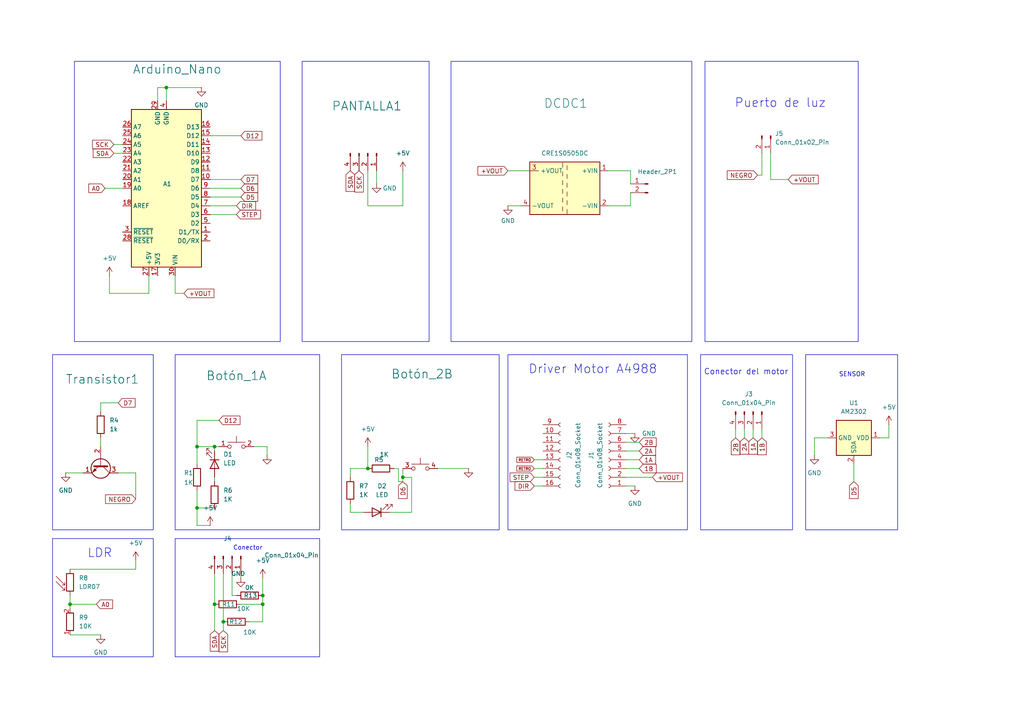
<source format=kicad_sch>
(kicad_sch (version 20250114) (generator "eeschema") (generator_version "9.0")
  (paper "A4")
  (lib_symbols
    (symbol "Conn_01x02_Pin_1" (pin_names (offset 1.016) (hide yes))
      (property "Reference" "J" (at 0 2.54 0))
      (property "Value" "Conn_01x02_Pin" (at 0 -5.08 0))
      (symbol "Conn_01x02_Pin_1_1_1"
        (rectangle (start 0.8636 0.127) (end 0 -0.127) (stroke (width 0.1524)) (fill (type outline)))
        (rectangle (start 0.8636 -2.413) (end 0 -2.667) (stroke (width 0.1524)) (fill (type outline)))
        (polyline (pts (xy 1.27 0) (xy 0.8636 0)) (stroke (width 0.1524)))
        (polyline (pts (xy 1.27 -2.54) (xy 0.8636 -2.54)) (stroke (width 0.1524)))
        (pin passive line (at 5.08 0 180) (length 3.81) (name "Pin_1") (number "1"))
        (pin passive line (at 5.08 -2.54 180) (length 3.81) (name "Pin_2") (number "2"))
      )
    )
    (symbol "Conn_01x08_Socket_1" (pin_names (offset 1.016) (hide yes))
      (property "Reference" "J2" (at 2.54 -1.27 90))
      (property "Value" "Conn_01x08_Socket" (at 5.08 -1.27 90))
      (symbol "Conn_01x08_Socket_1_1_1"
        (polyline (pts (xy -1.27 7.62) (xy -0.508 7.62)) (stroke (width 0.1524)))
        (polyline (pts (xy -1.27 5.08) (xy -0.508 5.08)) (stroke (width 0.1524)))
        (polyline (pts (xy -1.27 2.54) (xy -0.508 2.54)) (stroke (width 0.1524)))
        (polyline (pts (xy -1.27 0) (xy -0.508 0)) (stroke (width 0.1524)))
        (polyline (pts (xy -1.27 -2.54) (xy -0.508 -2.54)) (stroke (width 0.1524)))
        (polyline (pts (xy -1.27 -5.08) (xy -0.508 -5.08)) (stroke (width 0.1524)))
        (polyline (pts (xy -1.27 -7.62) (xy -0.508 -7.62)) (stroke (width 0.1524)))
        (polyline (pts (xy -1.27 -10.16) (xy -0.508 -10.16)) (stroke (width 0.1524)))
        (arc (start 0 7.112) (mid -0.5058 7.62) (end 0 8.128) (stroke (width 0.1524)))
        (arc (start 0 4.572) (mid -0.5058 5.08) (end 0 5.588) (stroke (width 0.1524)))
        (arc (start 0 2.032) (mid -0.5058 2.54) (end 0 3.048) (stroke (width 0.1524)))
        (arc (start 0 -0.508) (mid -0.5058 0) (end 0 0.508) (stroke (width 0.1524)))
        (arc (start 0 -3.048) (mid -0.5058 -2.54) (end 0 -2.032) (stroke (width 0.1524)))
        (arc (start 0 -5.588) (mid -0.5058 -5.08) (end 0 -4.572) (stroke (width 0.1524)))
        (arc (start 0 -8.128) (mid -0.5058 -7.62) (end 0 -7.112) (stroke (width 0.1524)))
        (arc (start 0 -10.668) (mid -0.5058 -10.16) (end 0 -9.652) (stroke (width 0.1524)))
        (pin input line (at -5.08 7.62 0) (length 3.81) (name "ENABLE") (number "9"))
        (pin input line (at -5.08 5.08 0) (length 3.81) (name "MS1") (number "10"))
        (pin input line (at -5.08 2.54 0) (length 3.81) (name "MS2") (number "11"))
        (pin input line (at -5.08 0 0) (length 3.81) (name "MS3") (number "12"))
        (pin input line (at -5.08 -2.54 0) (length 3.81) (name "RESET") (number "13"))
        (pin input line (at -5.08 -5.08 0) (length 3.81) (name "SLEEP") (number "14"))
        (pin input line (at -5.08 -7.62 0) (length 3.81) (name "STEP") (number "15"))
        (pin input line (at -5.08 -10.16 0) (length 3.81) (name "DIR") (number "16"))
      )
    )
    (symbol "Connector:Conn_01x02_Pin" (pin_names (offset 1.016) (hide yes))
      (property "Reference" "Header_2P1" (at 3.048 -6.096 0))
      (symbol "Conn_01x02_Pin_1_1"
        (rectangle (start 0.8636 0.127) (end 0 -0.127) (stroke (width 0.1524)) (fill (type outline)))
        (rectangle (start 0.8636 -2.413) (end 0 -2.667) (stroke (width 0.1524)) (fill (type outline)))
        (polyline (pts (xy 1.27 0) (xy 0.8636 0)) (stroke (width 0.1524)))
        (polyline (pts (xy 1.27 -2.54) (xy 0.8636 -2.54)) (stroke (width 0.1524)))
        (pin passive line (at 5.08 0 180) (length 3.81) (name "Pin_2") (number "2"))
        (pin passive line (at 5.08 -2.54 180) (length 3.81) (name "Pin_1") (number "1"))
      )
    )
    (symbol "Connector:Conn_01x04_Pin" (pin_names (offset 1.016) (hide yes))
      (property "Reference" "J" (at 0 5.08 0))
      (property "Value" "Conn_01x04_Pin" (at 0 -7.62 0))
      (symbol "Conn_01x04_Pin_1_1"
        (rectangle (start 0.8636 2.667) (end 0 2.413) (stroke (width 0.1524)) (fill (type outline)))
        (rectangle (start 0.8636 0.127) (end 0 -0.127) (stroke (width 0.1524)) (fill (type outline)))
        (rectangle (start 0.8636 -2.413) (end 0 -2.667) (stroke (width 0.1524)) (fill (type outline)))
        (rectangle (start 0.8636 -4.953) (end 0 -5.207) (stroke (width 0.1524)) (fill (type outline)))
        (polyline (pts (xy 1.27 2.54) (xy 0.8636 2.54)) (stroke (width 0.1524)))
        (polyline (pts (xy 1.27 0) (xy 0.8636 0)) (stroke (width 0.1524)))
        (polyline (pts (xy 1.27 -2.54) (xy 0.8636 -2.54)) (stroke (width 0.1524)))
        (polyline (pts (xy 1.27 -5.08) (xy 0.8636 -5.08)) (stroke (width 0.1524)))
        (pin passive line (at 5.08 2.54 180) (length 3.81) (name "Pin_1") (number "1"))
        (pin passive line (at 5.08 0 180) (length 3.81) (name "Pin_2") (number "2"))
        (pin passive line (at 5.08 -2.54 180) (length 3.81) (name "Pin_3") (number "3"))
        (pin passive line (at 5.08 -5.08 180) (length 3.81) (name "Pin_4") (number "4"))
      )
    )
    (symbol "Connector:Conn_01x08_Socket" (pin_names (offset 1.016) (hide yes))
      (property "Reference" "J1" (at 5.08 -1.27 90))
      (property "Value" "Conn_01x08_Socket" (at 2.54 -1.27 90))
      (symbol "Conn_01x08_Socket_1_1"
        (polyline (pts (xy -1.27 7.62) (xy -0.508 7.62)) (stroke (width 0.1524)))
        (polyline (pts (xy -1.27 5.08) (xy -0.508 5.08)) (stroke (width 0.1524)))
        (polyline (pts (xy -1.27 2.54) (xy -0.508 2.54)) (stroke (width 0.1524)))
        (polyline (pts (xy -1.27 0) (xy -0.508 0)) (stroke (width 0.1524)))
        (polyline (pts (xy -1.27 -2.54) (xy -0.508 -2.54)) (stroke (width 0.1524)))
        (polyline (pts (xy -1.27 -5.08) (xy -0.508 -5.08)) (stroke (width 0.1524)))
        (polyline (pts (xy -1.27 -7.62) (xy -0.508 -7.62)) (stroke (width 0.1524)))
        (polyline (pts (xy -1.27 -10.16) (xy -0.508 -10.16)) (stroke (width 0.1524)))
        (arc (start 0 7.112) (mid -0.5058 7.62) (end 0 8.128) (stroke (width 0.1524)))
        (arc (start 0 4.572) (mid -0.5058 5.08) (end 0 5.588) (stroke (width 0.1524)))
        (arc (start 0 2.032) (mid -0.5058 2.54) (end 0 3.048) (stroke (width 0.1524)))
        (arc (start 0 -0.508) (mid -0.5058 0) (end 0 0.508) (stroke (width 0.1524)))
        (arc (start 0 -3.048) (mid -0.5058 -2.54) (end 0 -2.032) (stroke (width 0.1524)))
        (arc (start 0 -5.588) (mid -0.5058 -5.08) (end 0 -4.572) (stroke (width 0.1524)))
        (arc (start 0 -8.128) (mid -0.5058 -7.62) (end 0 -7.112) (stroke (width 0.1524)))
        (arc (start 0 -10.668) (mid -0.5058 -10.16) (end 0 -9.652) (stroke (width 0.1524)))
        (pin power_in line (at -5.08 7.62 0) (length 3.81) (name "GND") (number "1"))
        (pin power_in line (at -5.08 5.08 0) (length 3.81) (name "VVD") (number "2"))
        (pin output line (at -5.08 2.54 0) (length 3.81) (name "1B") (number "3"))
        (pin output line (at -5.08 0 0) (length 3.81) (name "1A") (number "4"))
        (pin output line (at -5.08 -2.54 0) (length 3.81) (name "2A") (number "5"))
        (pin output line (at -5.08 -5.08 0) (length 3.81) (name "2B") (number "6"))
        (pin power_in line (at -5.08 -7.62 0) (length 3.81) (name "GND") (number "7"))
        (pin power_in line (at -5.08 -10.16 0) (length 3.81) (name "Pin_8") (number "8"))
      )
    )
    (symbol "Device:LED" (pin_numbers (hide yes)) (pin_names (offset 1.016) (hide yes))
      (property "Reference" "D" (at 0 2.54 0))
      (property "Value" "LED" (at 0 -2.54 0))
      (symbol "LED_0_1"
        (polyline (pts (xy -3.048 -0.762) (xy -4.572 -2.286) (xy -3.81 -2.286) (xy -4.572 -2.286) (xy -4.572 -1.524)))
        (polyline (pts (xy -1.778 -0.762) (xy -3.302 -2.286) (xy -2.54 -2.286) (xy -3.302 -2.286) (xy -3.302 -1.524)))
        (polyline (pts (xy -1.27 0) (xy 1.27 0)))
        (polyline (pts (xy -1.27 -1.27) (xy -1.27 1.27)) (stroke (width 0.254)))
        (polyline (pts (xy 1.27 -1.27) (xy 1.27 1.27) (xy -1.27 0) (xy 1.27 -1.27)) (stroke (width 0.254)))
      )
      (symbol "LED_1_1"
        (pin passive line (at -3.81 0 0) (length 2.54) (name "K") (number "1"))
        (pin passive line (at 3.81 0 180) (length 2.54) (name "A") (number "2"))
      )
    )
    (symbol "Device:R" (pin_numbers (hide yes)) (pin_names (offset 0))
      (property "Reference" "R" (at 2.032 0 90))
      (property "Value" "R" (at 0 0 90))
      (symbol "R_0_1"
        (rectangle (start -1.016 -2.54) (end 1.016 2.54) (stroke (width 0.254)))
      )
      (symbol "R_1_1"
        (pin passive line (at 0 3.81 270) (length 1.27) (name "~") (number "1"))
        (pin passive line (at 0 -3.81 90) (length 1.27) (name "~") (number "2"))
      )
    )
    (symbol "MCU_Module:Arduino_Nano_v3.x"
      (property "Reference" "A" (at -10.16 23.495 0))
      (property "Value" "Arduino_Nano_v3.x" (at 5.08 -24.13 0))
      (symbol "Arduino_Nano_v3.x_0_1"
        (rectangle (start -10.16 22.86) (end 10.16 -22.86) (stroke (width 0.254)) (fill (type background)))
      )
      (symbol "Arduino_Nano_v3.x_1_1"
        (pin bidirectional line (at -12.7 15.24 0) (length 2.54) (name "D0/RX") (number "2"))
        (pin bidirectional line (at -12.7 12.7 0) (length 2.54) (name "D1/TX") (number "1"))
        (pin bidirectional line (at -12.7 10.16 0) (length 2.54) (name "D2") (number "5"))
        (pin bidirectional line (at -12.7 7.62 0) (length 2.54) (name "D3") (number "6"))
        (pin bidirectional line (at -12.7 5.08 0) (length 2.54) (name "D4") (number "7"))
        (pin bidirectional line (at -12.7 2.54 0) (length 2.54) (name "D5") (number "8"))
        (pin bidirectional line (at -12.7 0 0) (length 2.54) (name "D6") (number "9"))
        (pin bidirectional line (at -12.7 -2.54 0) (length 2.54) (name "D7") (number "10"))
        (pin bidirectional line (at -12.7 -5.08 0) (length 2.54) (name "D8") (number "11"))
        (pin bidirectional line (at -12.7 -7.62 0) (length 2.54) (name "D9") (number "12"))
        (pin bidirectional line (at -12.7 -10.16 0) (length 2.54) (name "D10") (number "13"))
        (pin bidirectional line (at -12.7 -12.7 0) (length 2.54) (name "D11") (number "14"))
        (pin bidirectional line (at -12.7 -15.24 0) (length 2.54) (name "D12") (number "15"))
        (pin bidirectional line (at -12.7 -17.78 0) (length 2.54) (name "D13") (number "16"))
        (pin power_in line (at -2.54 25.4 270) (length 2.54) (name "VIN") (number "30"))
        (pin power_in line (at 0 -25.4 90) (length 2.54) (name "GND") (number "4"))
        (pin power_out line (at 2.54 25.4 270) (length 2.54) (name "3V3") (number "17"))
        (pin power_in line (at 2.54 -25.4 90) (length 2.54) (name "GND") (number "29"))
        (pin power_out line (at 5.08 25.4 270) (length 2.54) (name "+5V") (number "27"))
        (pin input line (at 12.7 15.24 180) (length 2.54) (name "~{RESET}") (number "28"))
        (pin input line (at 12.7 12.7 180) (length 2.54) (name "~{RESET}") (number "3"))
        (pin input line (at 12.7 5.08 180) (length 2.54) (name "AREF") (number "18"))
        (pin bidirectional line (at 12.7 0 180) (length 2.54) (name "A0") (number "19"))
        (pin bidirectional line (at 12.7 -2.54 180) (length 2.54) (name "A1") (number "20"))
        (pin bidirectional line (at 12.7 -5.08 180) (length 2.54) (name "A2") (number "21"))
        (pin bidirectional line (at 12.7 -7.62 180) (length 2.54) (name "A3") (number "22"))
        (pin bidirectional line (at 12.7 -10.16 180) (length 2.54) (name "A4") (number "23"))
        (pin bidirectional line (at 12.7 -12.7 180) (length 2.54) (name "A5") (number "24"))
        (pin bidirectional line (at 12.7 -15.24 180) (length 2.54) (name "A6") (number "25"))
        (pin bidirectional line (at 12.7 -17.78 180) (length 2.54) (name "A7") (number "26"))
      )
    )
    (symbol "R_1" (pin_names (offset 0))
      (property "Reference" "R" (at 2.032 0 90))
      (property "Value" "R" (at 0 0 90))
      (symbol "R_1_0_1"
        (rectangle (start -1.016 -2.54) (end 1.016 2.54) (stroke (width 0.254)))
      )
      (symbol "R_1_1_1"
        (pin passive line (at 0 3.81 270) (length 1.27) (name "~") (number "1"))
        (pin passive line (at 0 -3.81 90) (length 1.27) (name "~") (number "2"))
      )
    )
    (symbol "Regulator_Switching:CRE1S0505DC"
      (property "Reference" "DCDC1" (at -0.254 -24.638 0))
      (property "Value" "CRE1S0505DC" (at 0 -10.16 0))
      (symbol "CRE1S0505DC_0_1"
        (rectangle (start -10.16 7.62) (end 10.16 -7.62) (stroke (width 0.254)) (fill (type background)))
        (polyline (pts (xy -0.635 7.366) (xy -0.635 6.096)))
        (polyline (pts (xy -0.635 4.826) (xy -0.635 3.556)))
        (polyline (pts (xy -0.635 2.286) (xy -0.635 1.016)))
        (polyline (pts (xy -0.635 -0.254) (xy -0.635 -1.524)))
        (polyline (pts (xy -0.635 -2.794) (xy -0.635 -4.064)))
        (polyline (pts (xy -0.635 -5.334) (xy -0.635 -6.604)))
        (polyline (pts (xy 0.635 5.334) (xy 0.635 6.604)))
        (polyline (pts (xy 0.635 2.794) (xy 0.635 4.064)))
        (polyline (pts (xy 0.635 0.254) (xy 0.635 1.524)))
        (polyline (pts (xy 0.635 -2.286) (xy 0.635 -1.016)))
        (polyline (pts (xy 0.635 -4.826) (xy 0.635 -3.556)))
        (polyline (pts (xy 0.635 -7.366) (xy 0.635 -6.096)))
      )
      (symbol "CRE1S0505DC_1_1"
        (pin power_in line (at -12.7 5.08 0) (length 2.54) (name "-VIN") (number "2"))
        (pin power_in line (at -12.7 -5.08 0) (length 2.54) (name "+VIN") (number "1"))
        (pin power_out line (at 10.16 -5.08 180) (length 2.54) (name "+VOUT") (number "3"))
        (pin power_out line (at 12.7 5.08 180) (length 2.54) (name "-VOUT") (number "4"))
      )
    )
    (symbol "Sensor:AM2302"
      (property "Reference" "U" (at -3.81 6.35 0))
      (property "Value" "AM2302" (at 3.81 6.35 0))
      (symbol "AM2302_0_1"
        (rectangle (start -5.08 5.08) (end 5.08 -5.08) (stroke (width 0.254)) (fill (type background)))
      )
      (symbol "AM2302_1_1"
        (pin power_in line (at 0 7.62 270) (length 2.54) (name "VDD") (number "1"))
        (pin power_in line (at 0 -7.62 90) (length 2.54) (name "GND") (number "3"))
        (pin passive line (at 0 -7.62 90) (length 2.54) (hide yes) (name "GND") (number "4"))
        (pin bidirectional line (at 7.62 0 180) (length 2.54) (name "SDA") (number "2"))
      )
    )
    (symbol "Sensor_Optical:LDR07" (pin_numbers (hide yes)) (pin_names (offset 0))
      (property "Reference" "R" (at -5.08 0 90))
      (property "Value" "LDR07" (at 1.905 0 90))
      (symbol "LDR07_0_1"
        (polyline (pts (xy -1.524 -0.762) (xy -4.064 1.778)))
        (polyline (pts (xy -1.524 -0.762) (xy -2.286 -0.762)))
        (polyline (pts (xy -1.524 -0.762) (xy -1.524 0)))
        (polyline (pts (xy -1.524 -2.286) (xy -4.064 0.254)))
        (polyline (pts (xy -1.524 -2.286) (xy -2.286 -2.286)))
        (polyline (pts (xy -1.524 -2.286) (xy -1.524 -1.524)))
        (rectangle (start -1.016 2.54) (end 1.016 -2.54) (stroke (width 0.254)))
      )
      (symbol "LDR07_1_1"
        (pin passive line (at 0 3.81 270) (length 1.27) (name "~") (number "1"))
        (pin passive line (at 0 -3.81 90) (length 1.27) (name "~") (number "2"))
      )
    )
    (symbol "Switch:SW_Push_Dual_x2" (pin_names (offset 1.016) (hide yes))
      (property "Reference" "SW" (at 1.27 2.54 0))
      (property "Value" "SW_Push_Dual_x2" (at 0 -1.524 0))
      (symbol "SW_Push_Dual_x2_0_1"
        (circle (center -2.032 0) (radius 0.508))
        (polyline (pts (xy 0 1.27) (xy 0 3.048)))
        (circle (center 2.032 0) (radius 0.508))
        (polyline (pts (xy 2.54 1.27) (xy -2.54 1.27)))
      )
      (symbol "SW_Push_Dual_x2_1_1"
        (pin passive line (at -5.08 0 0) (length 2.54) (name "C") (number "1"))
        (pin passive line (at 5.08 0 180) (length 2.54) (name "D") (number "2"))
      )
      (symbol "SW_Push_Dual_x2_2_1"
        (pin passive line (at -5.08 0 0) (length 2.54) (name "C") (number "3"))
        (pin passive line (at 5.08 0 180) (length 2.54) (name "D") (number "4"))
      )
    )
    (symbol "Transistor_BJT:PN2222A" (pin_names (offset 0) (hide yes))
      (property "Reference" "Q" (at 5.08 1.905 0))
      (property "Value" "PN2222A" (at 5.08 0 0))
      (symbol "PN2222A_0_1"
        (polyline (pts (xy -2.54 0) (xy 0.635 0)))
        (polyline (pts (xy 0.635 1.905) (xy 0.635 -1.905)) (stroke (width 0.508)))
        (circle (center 1.27 0) (radius 2.8194) (stroke (width 0.254)))
      )
      (symbol "PN2222A_1_1"
        (polyline (pts (xy 0.635 0.635) (xy 2.54 2.54)))
        (polyline (pts (xy 0.635 -0.635) (xy 2.54 -2.54)))
        (polyline (pts (xy 1.27 -1.778) (xy 1.778 -1.27) (xy 2.286 -2.286) (xy 1.27 -1.778)) (fill (type outline)))
        (pin input line (at -5.08 0 0) (length 2.54) (name "B") (number "2"))
        (pin passive line (at 2.54 5.08 270) (length 2.54) (name "C") (number "3"))
        (pin passive line (at 2.54 -5.08 90) (length 2.54) (name "E") (number "1"))
      )
    )
    (symbol "power:+5V" (power) (pin_numbers (hide yes)) (pin_names (offset 0) (hide yes))
      (property "Value" "+5V" (at 0 3.556 0))
      (symbol "+5V_0_1"
        (polyline (pts (xy -0.762 1.27) (xy 0 2.54)))
        (polyline (pts (xy 0 2.54) (xy 0.762 1.27)))
        (polyline (pts (xy 0 0) (xy 0 2.54)))
      )
      (symbol "+5V_1_1"
        (pin power_in line (at 0 0 90) (length 0) (name "~") (number "1"))
      )
    )
    (symbol "power:GND" (power) (pin_numbers (hide yes)) (pin_names (offset 0) (hide yes))
      (property "Value" "GND" (at 0 -3.81 0))
      (symbol "GND_0_1"
        (polyline (pts (xy 0 0) (xy 0 -1.27) (xy 1.27 -1.27) (xy 0 -2.54) (xy -1.27 -1.27) (xy 0 -1.27)))
      )
      (symbol "GND_1_1"
        (pin power_in line (at 0 0 270) (length 0) (name "~") (number "1"))
      )
    )
  )
  (rectangle (start 15.24 156.21) (end 44.45 190.5))
  (rectangle (start 203.2 102.87) (end 229.87 153.67))
  (rectangle (start 130.81 17.78) (end 200.66 99.06))
  (rectangle (start 87.63 17.78) (end 124.46 99.06))
  (rectangle (start 99.06 102.87) (end 144.78 153.67))
  (rectangle (start 15.24 102.87) (end 44.45 153.67))
  (rectangle (start 50.8 102.87) (end 92.71 153.67))
  (rectangle (start 21.59 17.78) (end 81.28 99.06))
  (rectangle (start 233.68 102.87) (end 260.35 153.67))
  (rectangle (start 50.8 156.21) (end 92.71 190.5))
  (rectangle (start 147.32 102.87) (end 199.39 153.67))
  (rectangle (start 204.47 17.78) (end 248.92 99.06))
  (text "Conector" (at 71.882 159.004 0) (effects (font (size 1.27 1.27))))
  (text "Driver Motor A4988" (at 171.958 107.188 0) (effects (font (size 2.54 2.54))))
  (text "SENSOR" (at 247.142 108.712 0) (effects (font (size 1.27 1.27))))
  (text "Conector del motor" (at 216.408 107.95 0) (effects (font (size 1.651 1.651))))
  (text "Puerto de luz" (at 226.314 29.972 0) (effects (font (size 2.54 2.54))))
  (text "LDR" (at 28.956 160.528 0) (effects (font (size 2.54 2.54))))
  (junction (at 62.23 175.26))
  (junction (at 76.2 175.26))
  (junction (at 76.2 172.72))
  (junction (at 106.68 135.89))
  (junction (at 48.26 25.4))
  (junction (at 62.23 129.54))
  (junction (at 64.77 180.34))
  (junction (at 116.84 138.43))
  (junction (at 57.15 129.54))
  (junction (at 20.32 175.26))
  (junction (at 57.15 147.32))
  (wire (pts (xy 106.68 129.54) (xy 106.68 135.89)))
  (wire (pts (xy 147.32 49.53) (xy 153.67 49.53)))
  (wire (pts (xy 115.57 139.7) (xy 116.84 139.7)))
  (wire (pts (xy 50.8 80.01) (xy 50.8 85.09)))
  (wire (pts (xy 76.2 175.26) (xy 76.2 172.72)))
  (wire (pts (xy 119.38 138.43) (xy 119.38 148.59)))
  (wire (pts (xy 69.85 175.26) (xy 76.2 175.26)))
  (wire (pts (xy 115.57 139.7) (xy 115.57 135.89)))
  (wire (pts (xy 255.27 127) (xy 257.81 127)))
  (wire (pts (xy 101.6 146.05) (xy 101.6 148.59)))
  (wire (pts (xy 48.26 25.4) (xy 48.26 29.21)))
  (wire (pts (xy 67.31 172.72) (xy 68.58 172.72)))
  (wire (pts (xy 62.23 175.26) (xy 62.23 166.37)))
  (wire (pts (xy 58.42 25.4) (xy 48.26 25.4)))
  (wire (pts (xy 43.18 80.01) (xy 43.18 85.09)))
  (wire (pts (xy 29.21 127) (xy 29.21 129.54)))
  (wire (pts (xy 181.61 125.73) (xy 184.15 125.73)))
  (wire (pts (xy 30.48 54.61) (xy 35.56 54.61)))
  (wire (pts (xy 240.03 127) (xy 236.22 127)))
  (wire (pts (xy 57.15 129.54) (xy 62.23 129.54)))
  (wire (pts (xy 19.05 137.16) (xy 24.13 137.16)))
  (wire (pts (xy 181.61 133.35) (xy 185.42 133.35)))
  (wire (pts (xy 182.88 55.88) (xy 182.88 59.69)))
  (wire (pts (xy 57.15 121.92) (xy 57.15 129.54)))
  (wire (pts (xy 116.84 135.89) (xy 116.84 138.43)))
  (wire (pts (xy 154.94 140.97) (xy 157.48 140.97)))
  (wire (pts (xy 62.23 129.54) (xy 62.23 130.81)))
  (wire (pts (xy 20.32 175.26) (xy 20.32 176.53)))
  (wire (pts (xy 60.96 152.4) (xy 57.15 152.4)))
  (wire (pts (xy 20.32 165.1) (xy 39.37 165.1)))
  (wire (pts (xy 101.6 135.89) (xy 106.68 135.89)))
  (wire (pts (xy 116.84 138.43) (xy 116.84 139.7)))
  (wire (pts (xy 113.03 148.59) (xy 119.38 148.59)))
  (wire (pts (xy 154.94 138.43) (xy 157.48 138.43)))
  (wire (pts (xy 223.52 52.07) (xy 228.6 52.07)))
  (wire (pts (xy 176.53 49.53) (xy 182.88 49.53)))
  (wire (pts (xy 62.23 139.7) (xy 62.23 138.43)))
  (wire (pts (xy 20.32 175.26) (xy 27.94 175.26)))
  (wire (pts (xy 119.38 138.43) (xy 116.84 138.43)))
  (wire (pts (xy 34.29 137.16) (xy 39.37 137.16)))
  (wire (pts (xy 106.68 59.69) (xy 116.84 59.69)))
  (wire (pts (xy 60.96 54.61) (xy 69.85 54.61)))
  (wire (pts (xy 39.37 162.56) (xy 39.37 165.1)))
  (wire (pts (xy 213.36 124.46) (xy 213.36 127)))
  (wire (pts (xy 60.96 57.15) (xy 69.85 57.15)))
  (wire (pts (xy 105.41 148.59) (xy 101.6 148.59)))
  (wire (pts (xy 154.94 135.89) (xy 157.48 135.89)))
  (wire (pts (xy 220.98 44.45) (xy 220.98 50.8)))
  (wire (pts (xy 76.2 167.64) (xy 76.2 172.72)))
  (wire (pts (xy 115.57 135.89) (xy 114.3 135.89)))
  (wire (pts (xy 60.96 52.07) (xy 69.85 52.07)))
  (wire (pts (xy 106.68 59.69) (xy 106.68 49.53)))
  (wire (pts (xy 64.77 166.37) (xy 64.77 180.34)))
  (wire (pts (xy 181.61 140.97) (xy 184.15 140.97)))
  (wire (pts (xy 57.15 147.32) (xy 57.15 152.4)))
  (wire (pts (xy 215.9 124.46) (xy 215.9 127)))
  (wire (pts (xy 101.6 138.43) (xy 101.6 135.89)))
  (wire (pts (xy 182.88 53.34) (xy 182.88 49.53)))
  (wire (pts (xy 181.61 130.81) (xy 185.42 130.81)))
  (wire (pts (xy 57.15 147.32) (xy 62.23 147.32)))
  (wire (pts (xy 76.2 180.34) (xy 76.2 175.26)))
  (wire (pts (xy 34.29 116.84) (xy 29.21 116.84)))
  (wire (pts (xy 64.77 182.88) (xy 64.77 180.34)))
  (wire (pts (xy 73.66 129.54) (xy 77.47 129.54)))
  (wire (pts (xy 69.85 39.37) (xy 60.96 39.37)))
  (wire (pts (xy 45.72 25.4) (xy 48.26 25.4)))
  (wire (pts (xy 77.47 129.54) (xy 77.47 132.08)))
  (wire (pts (xy 31.75 85.09) (xy 43.18 85.09)))
  (wire (pts (xy 60.96 62.23) (xy 68.58 62.23)))
  (wire (pts (xy 57.15 129.54) (xy 57.15 134.62)))
  (wire (pts (xy 72.39 180.34) (xy 76.2 180.34)))
  (wire (pts (xy 57.15 121.92) (xy 63.5 121.92)))
  (wire (pts (xy 67.31 166.37) (xy 67.31 172.72)))
  (wire (pts (xy 181.61 128.27) (xy 185.42 128.27)))
  (wire (pts (xy 176.53 59.69) (xy 182.88 59.69)))
  (wire (pts (xy 29.21 116.84) (xy 29.21 119.38)))
  (wire (pts (xy 53.34 85.09) (xy 50.8 85.09)))
  (wire (pts (xy 181.61 138.43) (xy 189.23 138.43)))
  (wire (pts (xy 20.32 172.72) (xy 20.32 175.26)))
  (wire (pts (xy 116.84 59.69) (xy 116.84 49.53)))
  (wire (pts (xy 109.22 49.53) (xy 109.22 53.34)))
  (wire (pts (xy 69.85 167.64) (xy 69.85 166.37)))
  (wire (pts (xy 29.21 184.15) (xy 20.32 184.15)))
  (wire (pts (xy 223.52 44.45) (xy 223.52 52.07)))
  (wire (pts (xy 57.15 142.24) (xy 57.15 147.32)))
  (wire (pts (xy 60.96 59.69) (xy 68.58 59.69)))
  (wire (pts (xy 154.94 133.35) (xy 157.48 133.35)))
  (wire (pts (xy 181.61 135.89) (xy 185.42 135.89)))
  (wire (pts (xy 45.72 29.21) (xy 45.72 25.4)))
  (wire (pts (xy 135.89 135.89) (xy 127 135.89)))
  (wire (pts (xy 247.65 134.62) (xy 247.65 139.7)))
  (wire (pts (xy 33.02 41.91) (xy 35.56 41.91)))
  (wire (pts (xy 147.32 59.69) (xy 151.13 59.69)))
  (wire (pts (xy 257.81 123.19) (xy 257.81 127)))
  (wire (pts (xy 220.98 50.8) (xy 219.71 50.8)))
  (wire (pts (xy 62.23 182.88) (xy 62.23 175.26)))
  (wire (pts (xy 218.44 124.46) (xy 218.44 127)))
  (wire (pts (xy 220.98 124.46) (xy 220.98 127)))
  (wire (pts (xy 236.22 127) (xy 236.22 132.08)))
  (wire (pts (xy 39.37 137.16) (xy 39.37 144.78)))
  (wire (pts (xy 31.75 80.01) (xy 31.75 85.09)))
  (wire (pts (xy 62.23 129.54) (xy 63.5 129.54)))
  (wire (pts (xy 33.02 44.45) (xy 35.56 44.45)))
  (global_label "D7" (shape input) (at 34.29 116.84 0) (property "Intersheetrefs" "${INTERSHEET_REFS}" (effects (hide yes))))
  (global_label "STEP" (shape input) (at 154.94 138.43 180) (property "Intersheetrefs" "${INTERSHEET_REFS}" (effects (hide yes))))
  (global_label "+VOUT" (shape input) (at 147.32 49.53 180) (property "Intersheetrefs" "${INTERSHEET_REFS}" (effects (hide yes))))
  (global_label "+VOUT" (shape input) (at 53.34 85.09 0) (property "Intersheetrefs" "${INTERSHEET_REFS}" (effects (hide yes))))
  (global_label "SDA" (shape input) (at 101.6 49.53 270) (property "Intersheetrefs" "${INTERSHEET_REFS}" (effects (hide yes))))
  (global_label "A0" (shape input) (at 30.48 54.61 180) (property "Intersheetrefs" "${INTERSHEET_REFS}" (effects (hide yes))))
  (global_label "+VOUT" (shape input) (at 228.6 52.07 0) (property "Intersheetrefs" "${INTERSHEET_REFS}" (effects (hide yes))))
  (global_label "+VOUT" (shape input) (at 189.23 138.43 0) (property "Intersheetrefs" "${INTERSHEET_REFS}" (effects (hide yes))))
  (global_label "SCK" (shape input) (at 104.14 49.53 270) (property "Intersheetrefs" "${INTERSHEET_REFS}" (effects (hide yes))))
  (global_label "SCK" (shape input) (at 64.77 182.88 270) (property "Intersheetrefs" "${INTERSHEET_REFS}" (effects (hide yes))))
  (global_label "D12" (shape input) (at 69.85 39.37 0) (property "Intersheetrefs" "${INTERSHEET_REFS}" (effects (hide yes))))
  (global_label "NEGRO" (shape input) (at 219.71 50.8 180) (property "Intersheetrefs" "${INTERSHEET_REFS}" (effects (hide yes))))
  (global_label "DIR" (shape input) (at 154.94 140.97 180) (property "Intersheetrefs" "${INTERSHEET_REFS}" (effects (hide yes))))
  (global_label "1B" (shape input) (at 185.42 135.89 0) (property "Intersheetrefs" "${INTERSHEET_REFS}" (effects (hide yes))))
  (global_label "SDA" (shape input) (at 33.02 44.45 180) (property "Intersheetrefs" "${INTERSHEET_REFS}" (effects (hide yes))))
  (global_label "SDA" (shape input) (at 62.23 182.88 270) (property "Intersheetrefs" "${INTERSHEET_REFS}" (effects (hide yes))))
  (global_label "D6" (shape input) (at 116.84 139.7 270) (property "Intersheetrefs" "${INTERSHEET_REFS}" (effects (hide yes))))
  (global_label "2A" (shape input) (at 185.42 130.81 0) (property "Intersheetrefs" "${INTERSHEET_REFS}" (effects (hide yes))))
  (global_label "RETRO" (shape input) (at 154.94 135.89 180) (effects (font (size 0.762 0.762))) (property "Intersheetrefs" "${INTERSHEET_REFS}" (effects (hide yes))))
  (global_label "NEGRO" (shape input) (at 39.37 144.78 180) (property "Intersheetrefs" "${INTERSHEET_REFS}" (effects (hide yes))))
  (global_label "1B" (shape input) (at 220.98 127 270) (property "Intersheetrefs" "${INTERSHEET_REFS}" (effects (hide yes))))
  (global_label "D12" (shape input) (at 63.5 121.92 0) (property "Intersheetrefs" "${INTERSHEET_REFS}" (effects (hide yes))))
  (global_label "SCK" (shape input) (at 33.02 41.91 180) (property "Intersheetrefs" "${INTERSHEET_REFS}" (effects (hide yes))))
  (global_label "D5" (shape input) (at 69.85 57.15 0) (property "Intersheetrefs" "${INTERSHEET_REFS}" (effects (hide yes))))
  (global_label "RETRO" (shape input) (at 154.94 133.35 180) (effects (font (size 0.762 0.762))) (property "Intersheetrefs" "${INTERSHEET_REFS}" (effects (hide yes))))
  (global_label "A0" (shape input) (at 27.94 175.26 0) (property "Intersheetrefs" "${INTERSHEET_REFS}" (effects (hide yes))))
  (global_label "STEP" (shape input) (at 68.58 62.23 0) (property "Intersheetrefs" "${INTERSHEET_REFS}" (effects (hide yes))))
  (global_label "2A" (shape input) (at 215.9 127 270) (property "Intersheetrefs" "${INTERSHEET_REFS}" (effects (hide yes))))
  (global_label "1A" (shape input) (at 185.42 133.35 0) (property "Intersheetrefs" "${INTERSHEET_REFS}" (effects (hide yes))))
  (global_label "2B" (shape input) (at 185.42 128.27 0) (property "Intersheetrefs" "${INTERSHEET_REFS}" (effects (hide yes))))
  (global_label "DIR" (shape input) (at 68.58 59.69 0) (property "Intersheetrefs" "${INTERSHEET_REFS}" (effects (hide yes))))
  (global_label "D5" (shape input) (at 247.65 139.7 270) (property "Intersheetrefs" "${INTERSHEET_REFS}" (effects (hide yes))))
  (global_label "D7" (shape input) (at 69.85 52.07 0) (property "Intersheetrefs" "${INTERSHEET_REFS}" (effects (hide yes))))
  (global_label "1A" (shape input) (at 218.44 127 270) (property "Intersheetrefs" "${INTERSHEET_REFS}" (effects (hide yes))))
  (global_label "D6" (shape input) (at 69.85 54.61 0) (property "Intersheetrefs" "${INTERSHEET_REFS}" (effects (hide yes))))
  (global_label "2B" (shape input) (at 213.36 127 270) (property "Intersheetrefs" "${INTERSHEET_REFS}" (effects (hide yes))))
  (symbol (lib_id "power:GND") (at 109.22 53.34 0) (unit 1)
    (property "Reference" "#PWR08" (effects (hide yes)))
    (property "Value" "GND" (at 113.03 54.61 0))
    (property "Description" "Power symbol creates a global label with name \"GND\" , ground" (effects (hide yes)))
  )
  (symbol (lib_id "power:GND") (at 58.42 25.4 0) (unit 1)
    (property "Reference" "#PWR05" (effects (hide yes)))
    (property "Value" "GND" (at 58.42 30.48 0))
    (property "Description" "Power symbol creates a global label with name \"GND\" , ground" (effects (hide yes)))
  )
  (symbol (lib_id "Regulator_Switching:CRE1S0505DC") (at 163.83 54.61 180) (unit 1)
    (property "Reference" "DCDC1" (at 164.084 29.972 0) (effects (font (size 2.54 2.54))))
    (property "Value" "CRE1S0505DC" (at 163.83 44.45 0))
    (property "Footprint" "vicente:Placa transformada" (effects (hide yes)))
    (property "Datasheet" "http://power.murata.com/datasheet?/data/power/ncl/kdc_cre1.pdf" (effects (hide yes)))
    (property "Description" "5V to 5V 200mA DC-DC Converter with 1kV isolation, DC-package" (effects (hide yes)))
  )
  (symbol (lib_id "power:+5V") (at 76.2 167.64 0) (unit 1)
    (property "Reference" "#PWR018" (effects (hide yes)))
    (property "Value" "+5V" (at 76.2 162.56 0))
    (property "Description" "Power symbol creates a global label with name \"+5V\"" (effects (hide yes)))
  )
  (symbol (lib_id "Connector:Conn_01x04_Pin") (at 218.44 119.38 270) (unit 1)
    (property "Reference" "J3" (at 217.17 114.3 90))
    (property "Value" "Conn_01x04_Pin" (at 217.17 116.84 90))
    (property "Footprint" "Connector_PinHeader_2.54mm:PinHeader_1x04_P2.54mm_Vertical" (effects (hide yes)))
    (property "Description" "Generic connector, single row, 01x04, script generated" (effects (hide yes)))
  )
  (symbol (lib_id "Device:R") (at 62.23 143.51 180) (unit 1)
    (property "Reference" "R6" (at 64.77 142.2399 0) (effects (justify right)))
    (property "Value" "1K" (at 64.77 144.7799 0) (effects (justify right)))
    (property "Footprint" "Resistor_SMD:R_1206_3216Metric" (effects (hide yes)))
    (property "Description" "Resistor" (effects (hide yes)))
  )
  (symbol (lib_id "power:+5V") (at 39.37 162.56 0) (unit 1)
    (property "Reference" "#PWR015" (effects (hide yes)))
    (property "Value" "+5V" (at 39.37 157.48 0))
    (property "Description" "Power symbol creates a global label with name \"+5V\"" (effects (hide yes)))
  )
  (symbol (lib_id "power:GND") (at 184.15 125.73 0) (unit 1)
    (property "Reference" "#PWR016" (effects (hide yes)))
    (property "Value" "GND" (at 188.214 125.73 0))
    (property "Description" "Power symbol creates a global label with name \"GND\" , ground" (effects (hide yes)))
  )
  (symbol (lib_id "Device:R") (at 57.15 138.43 0) (unit 1)
    (property "Reference" "R1" (at 53.34 137.16 0) (effects (justify left)))
    (property "Value" "1K" (at 53.34 139.954 0) (effects (justify left)))
    (property "Footprint" "Resistor_SMD:R_1206_3216Metric" (effects (hide yes)))
    (property "Description" "Resistor" (effects (hide yes)))
  )
  (symbol (lib_id "Switch:SW_Push_Dual_x2") (at 68.58 129.54 0) (unit 1)
    (property "Reference" "Botón_1" (at 68.58 108.966 0) (effects (font (size 2.54 2.54))))
    (property "Value" "SW_Push_Dual_x2" (effects (hide yes)))
    (property "Footprint" "Button_Switch_Keyboard:SW_Cherry_MX_1.25u_Plate" (effects (hide yes)))
    (property "Description" "Push button switch, generic, separate symbols, four pins" (effects (hide yes)))
  )
  (symbol (lib_name "R_1") (lib_id "Device:R") (at 20.32 180.34 180) (unit 1)
    (property "Reference" "R9" (at 22.86 179.0699 0) (effects (justify right)))
    (property "Value" "10K" (at 22.86 181.6099 0) (effects (justify right)))
    (property "Footprint" "Resistor_SMD:R_1206_3216Metric" (effects (hide yes)))
    (property "Description" "Resistor" (effects (hide yes)))
  )
  (symbol (lib_id "power:+5V") (at 31.75 80.01 0) (unit 1)
    (property "Reference" "#PWR010" (effects (hide yes)))
    (property "Value" "+5V" (at 31.75 74.93 0))
    (property "Description" "Power symbol creates a global label with name \"+5V\"" (effects (hide yes)))
  )
  (symbol (lib_id "Device:LED") (at 62.23 134.62 270) (unit 1)
    (property "Reference" "D1" (at 64.77 131.7624 90) (effects (justify left)))
    (property "Value" "LED" (at 64.77 134.3024 90) (effects (justify left)))
    (property "Footprint" "LED_THT:LED_D1.8mm_W3.3mm_H2.4mm" (effects (hide yes)))
    (property "Description" "Light emitting diode" (effects (hide yes)))
    (property "Sim.Pins" "1=K 2=A" (effects (hide yes)))
  )
  (symbol (lib_id "Device:LED") (at 109.22 148.59 180) (unit 1)
    (property "Reference" "D2" (at 110.8075 140.97 0))
    (property "Value" "LED" (at 110.8075 143.51 0))
    (property "Footprint" "LED_THT:LED_D1.8mm_W3.3mm_H2.4mm" (effects (hide yes)))
    (property "Description" "Light emitting diode" (effects (hide yes)))
    (property "Sim.Pins" "1=K 2=A" (effects (hide yes)))
  )
  (symbol (lib_id "Sensor:AM2302") (at 247.65 127 270) (unit 1)
    (property "Reference" "U1" (at 247.65 116.84 90))
    (property "Value" "AM2302" (at 247.65 119.38 90))
    (property "Footprint" "Sensor:ASAIR_AM2302_P2.54mm_Vertical" (effects (hide yes)))
    (property "Datasheet" "http://akizukidenshi.com/download/ds/aosong/AM2302.pdf" (effects (hide yes)))
    (property "Description" "3.3 to 5.0V, Temperature and humidity module,  DHT22, AM2302" (effects (hide yes)))
  )
  (symbol (lib_id "power:+5V") (at 106.68 129.54 0) (unit 1)
    (property "Reference" "#PWR09" (effects (hide yes)))
    (property "Value" "+5V" (at 106.68 124.46 0))
    (property "Description" "Power symbol creates a global label with name \"+5V\"" (effects (hide yes)))
  )
  (symbol (lib_id "power:+5V") (at 116.84 49.53 0) (unit 1)
    (property "Reference" "#PWR07" (effects (hide yes)))
    (property "Value" "+5V" (at 116.84 44.45 0))
    (property "Description" "Power symbol creates a global label with name \"+5V\"" (effects (hide yes)))
  )
  (symbol (lib_id "Switch:SW_Push_Dual_x2") (at 121.92 135.89 0) (unit 2)
    (property "Reference" "Botón_2" (at 122.428 108.458 0) (effects (font (size 2.54 2.54))))
    (property "Value" "SW_Push_Dual_x2" (effects (hide yes)))
    (property "Footprint" "Button_Switch_Keyboard:SW_Cherry_MX_1.25u_Plate" (effects (hide yes)))
    (property "Description" "Push button switch, generic, separate symbols, four pins" (effects (hide yes)))
  )
  (symbol (lib_id "Transistor_BJT:PN2222A") (at 29.21 134.62 270) (unit 1)
    (property "Reference" "Transistor1" (at 29.718 109.982 90) (effects (font (size 2.54 2.54))))
    (property "Value" "PN2222A" (effects (hide yes)))
    (property "Footprint" "Package_TO_SOT_THT:TO-92_Inline" (effects (hide yes)))
    (property "Datasheet" "https://www.onsemi.com/pub/Collateral/PN2222-D.PDF" (effects (hide yes)))
    (property "Description" "1A Ic, 40V Vce, NPN Transistor, General Purpose Transistor, TO-92" (effects (hide yes)))
  )
  (symbol (lib_id "Device:R") (at 29.21 123.19 0) (unit 1)
    (property "Reference" "R4" (at 31.75 121.9199 0) (effects (justify left)))
    (property "Value" "1k" (at 31.75 124.4599 0) (effects (justify left)))
    (property "Footprint" "Resistor_SMD:R_1206_3216Metric" (effects (hide yes)))
    (property "Description" "Resistor" (effects (hide yes)))
  )
  (symbol (lib_id "MCU_Module:Arduino_Nano_v3.x") (at 48.26 54.61 180) (unit 1)
    (property "Reference" "A1" (at 47.244 53.34 0) (effects (justify right)))
    (property "Value" "Arduino_Nano" (at 38.354 20.066 0) (effects (font (size 2.54 2.54)) (justify right)))
    (property "Footprint" "Module:Arduino_Nano" (effects (hide yes)))
    (property "Datasheet" "http://www.mouser.com/pdfdocs/Gravitech_Arduino_Nano3_0.pdf" (effects (hide yes)))
    (property "Description" "Arduino Nano v3.x" (effects (hide yes)))
  )
  (symbol (lib_id "Device:R") (at 101.6 142.24 0) (unit 1)
    (property "Reference" "R7" (at 104.14 140.9699 0) (effects (justify left)))
    (property "Value" "1K" (at 104.14 143.5099 0) (effects (justify left)))
    (property "Footprint" "Resistor_SMD:R_1206_3216Metric" (effects (hide yes)))
    (property "Description" "Resistor" (effects (hide yes)))
  )
  (symbol (lib_id "Connector:Conn_01x04_Pin") (at 106.68 44.45 270) (unit 1)
    (property "Reference" "PANTALLA1" (at 106.426 30.734 90) (effects (font (size 2.54 2.54))))
    (property "Value" "Conn_01x04_Pin" (effects (hide yes)))
    (property "Footprint" "Connector_PinSocket_2.54mm:PinSocket_1x04_P2.54mm_Vertical" (effects (hide yes)))
    (property "Description" "Generic connector, single row, 01x04, script generated" (effects (hide yes)))
  )
  (symbol (lib_name "Conn_01x02_Pin_1") (lib_id "Connector:Conn_01x02_Pin") (at 223.52 39.37 270) (unit 1)
    (property "Reference" "J5" (at 224.79 38.7349 90) (effects (justify left)))
    (property "Value" "Conn_01x02_Pin" (at 224.79 41.2749 90) (effects (justify left)))
    (property "Footprint" "Connector_PinHeader_2.54mm:PinHeader_1x02_P2.54mm_Vertical" (effects (hide yes)))
    (property "Description" "Generic connector, single row, 01x02, script generated" (effects (hide yes)))
  )
  (symbol (lib_id "Sensor_Optical:LDR07") (at 20.32 168.91 0) (unit 1)
    (property "Reference" "R8" (at 22.86 167.6399 0) (effects (justify left)))
    (property "Value" "LDR07" (at 22.86 170.1799 0) (effects (justify left)))
    (property "Footprint" "OptoDevice:R_LDR_5.1x4.3mm_P3.4mm_Vertical" (effects (hide yes)))
    (property "Datasheet" "http://www.tme.eu/de/Document/f2e3ad76a925811312d226c31da4cd7e/LDR07.pdf" (effects (hide yes)))
    (property "Description" "light dependent resistor" (effects (hide yes)))
  )
  (symbol (lib_id "power:GND") (at 77.47 132.08 0) (unit 1)
    (property "Reference" "#PWR011" (effects (hide yes)))
    (property "Value" "GND" (effects (hide yes)))
    (property "Description" "Power symbol creates a global label with name \"GND\" , ground" (effects (hide yes)))
  )
  (symbol (lib_id "Device:R") (at 72.39 172.72 270) (unit 1)
    (property "Reference" "R13" (at 72.644 172.72 90))
    (property "Value" "0K" (at 72.39 170.434 90))
    (property "Footprint" "Resistor_SMD:R_1206_3216Metric" (effects (hide yes)))
    (property "Description" "Resistor" (effects (hide yes)))
  )
  (symbol (lib_id "power:GND") (at 29.21 184.15 0) (unit 1)
    (property "Reference" "#PWR017" (effects (hide yes)))
    (property "Value" "GND" (at 29.21 189.23 0))
    (property "Description" "Power symbol creates a global label with name \"GND\" , ground" (effects (hide yes)))
  )
  (symbol (lib_id "Connector:Conn_01x08_Socket") (at 176.53 133.35 180) (unit 1)
    (property "Reference" "J1" (at 171.45 132.08 90))
    (property "Value" "Conn_01x08_Socket" (at 173.99 132.08 90))
    (property "Footprint" "Connector_PinSocket_2.54mm:PinSocket_1x08_P2.54mm_Vertical" (effects (hide yes)))
    (property "Description" "Generic connector, single row, 01x08, script generated" (effects (hide yes)))
  )
  (symbol (lib_id "Device:R") (at 110.49 135.89 270) (unit 1)
    (property "Reference" "R5" (at 111.252 133.35 90) (effects (justify right)))
    (property "Value" "1K" (at 112.776 131.826 90) (effects (justify right)))
    (property "Footprint" "Resistor_SMD:R_1206_3216Metric" (effects (hide yes)))
    (property "Description" "Resistor" (effects (hide yes)))
  )
  (symbol (lib_id "power:GND") (at 147.32 59.69 0) (unit 1)
    (property "Reference" "#PWR013" (effects (hide yes)))
    (property "Value" "GND" (at 147.32 64.008 0))
    (property "Description" "Power symbol creates a global label with name \"GND\" , ground" (effects (hide yes)))
  )
  (symbol (lib_id "power:GND") (at 184.15 140.97 0) (unit 1)
    (property "Reference" "#PWR014" (effects (hide yes)))
    (property "Value" "GND" (at 184.15 146.05 0))
    (property "Description" "Power symbol creates a global label with name \"GND\" , ground" (effects (hide yes)))
  )
  (symbol (lib_name "Conn_01x08_Socket_1") (lib_id "Connector:Conn_01x08_Socket") (at 162.56 130.81 0) (unit 1)
    (property "Reference" "J2" (at 165.1 132.08 90))
    (property "Value" "Conn_01x08_Socket" (at 167.64 132.08 90))
    (property "Footprint" "Connector_PinSocket_2.54mm:PinSocket_1x08_P2.54mm_Vertical" (effects (hide yes)))
    (property "Description" "Generic connector, single row, 01x08, script generated" (effects (hide yes)))
  )
  (symbol (lib_id "power:GND") (at 236.22 132.08 0) (unit 1)
    (property "Reference" "#PWR01" (effects (hide yes)))
    (property "Value" "GND" (at 236.22 137.16 0))
    (property "Description" "Power symbol creates a global label with name \"GND\" , ground" (effects (hide yes)))
  )
  (symbol (lib_id "power:GND") (at 69.85 167.64 0) (unit 1)
    (property "Reference" "#PWR019" (effects (hide yes)))
    (property "Value" "GND" (at 69.088 166.37 0))
    (property "Description" "Power symbol creates a global label with name \"GND\" , ground" (effects (hide yes)))
  )
  (symbol (lib_id "Device:R") (at 68.58 180.34 270) (unit 1)
    (property "Reference" "R12" (at 70.358 180.34 90) (effects (justify right)))
    (property "Value" "10K" (at 74.422 183.388 90) (effects (justify right)))
    (property "Footprint" "Resistor_SMD:R_1206_3216Metric" (effects (hide yes)))
    (property "Description" "Resistor" (effects (hide yes)))
  )
  (symbol (lib_id "Device:R") (at 66.04 175.26 90) (unit 1)
    (property "Reference" "R11" (at 66.294 175.26 90))
    (property "Value" "10K" (at 70.612 176.53 90))
    (property "Footprint" "Resistor_SMD:R_1206_3216Metric" (effects (hide yes)))
    (property "Description" "Resistor" (effects (hide yes)))
  )
  (symbol (lib_id "power:+5V") (at 60.96 152.4 0) (unit 1)
    (property "Reference" "#PWR04" (effects (hide yes)))
    (property "Value" "+5V" (at 60.96 147.32 0))
    (property "Description" "Power symbol creates a global label with name \"+5V\"" (effects (hide yes)))
  )
  (symbol (lib_id "power:+5V") (at 257.81 123.19 0) (unit 1)
    (property "Reference" "#PWR02" (effects (hide yes)))
    (property "Value" "+5V" (at 257.81 118.11 0))
    (property "Description" "Power symbol creates a global label with name \"+5V\"" (effects (hide yes)))
  )
  (symbol (lib_id "power:GND") (at 19.05 137.16 0) (unit 1)
    (property "Reference" "#PWR06" (effects (hide yes)))
    (property "Value" "GND" (at 19.05 142.24 0))
    (property "Description" "Power symbol creates a global label with name \"GND\" , ground" (effects (hide yes)))
  )
  (symbol (lib_id "Connector:Conn_01x04_Pin") (at 67.31 161.29 270) (unit 1)
    (property "Reference" "J4" (at 66.04 156.21 90))
    (property "Value" "Conn_01x04_Pin" (at 84.582 161.036 90))
    (property "Footprint" "Connector_PinHeader_2.54mm:PinHeader_1x04_P2.54mm_Vertical" (effects (hide yes)))
    (property "Description" "Generic connector, single row, 01x04, script generated" (effects (hide yes)))
  )
  (symbol (lib_id "Connector:Conn_01x02_Pin") (at 187.96 55.88 180) (unit 1)
    (property "Reference" "Header_2P1" (at 184.912 49.784 0) (effects (justify right)))
    (property "Value" "Conn_01x02_Pin" (effects (hide yes)))
    (property "Footprint" "Connector_PinHeader_2.54mm:PinHeader_1x02_P2.54mm_Horizontal" (effects (hide yes)))
    (property "Description" "Generic connector, single row, 01x02, script generated" (effects (hide yes)))
  )
  (symbol (lib_id "power:GND") (at 135.89 135.89 0) (unit 1)
    (property "Reference" "#PWR012" (effects (hide yes)))
    (property "Value" "GND" (effects (hide yes)))
    (property "Description" "Power symbol creates a global label with name \"GND\" , ground" (effects (hide yes)))
  )
)
</source>
